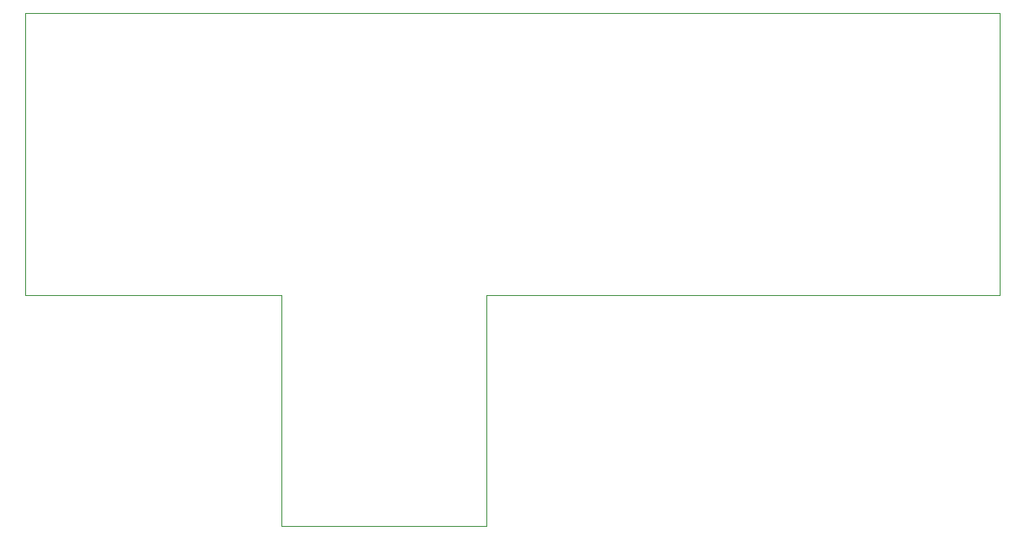
<source format=gbr>
%TF.GenerationSoftware,KiCad,Pcbnew,5.1.9-73d0e3b20d~88~ubuntu20.04.1*%
%TF.CreationDate,2021-04-01T10:53:24-04:00*%
%TF.ProjectId,ao_output,616f5f6f-7574-4707-9574-2e6b69636164,rev?*%
%TF.SameCoordinates,Original*%
%TF.FileFunction,Profile,NP*%
%FSLAX46Y46*%
G04 Gerber Fmt 4.6, Leading zero omitted, Abs format (unit mm)*
G04 Created by KiCad (PCBNEW 5.1.9-73d0e3b20d~88~ubuntu20.04.1) date 2021-04-01 10:53:24*
%MOMM*%
%LPD*%
G01*
G04 APERTURE LIST*
%TA.AperFunction,Profile*%
%ADD10C,0.100000*%
%TD*%
G04 APERTURE END LIST*
D10*
X-52500000Y-137500000D02*
X-52500000Y-160000000D01*
X-2500000Y-137500000D02*
X-52500000Y-137500000D01*
X-97500000Y-137500000D02*
X-97500000Y-110000000D01*
X-52500000Y-160000000D02*
X-72500000Y-160000000D01*
X-2500000Y-110000000D02*
X-2500000Y-137500000D01*
X-72500000Y-160000000D02*
X-72500000Y-137500000D01*
X-97500000Y-110000000D02*
X-2500000Y-110000000D01*
X-72500000Y-137500000D02*
X-97500000Y-137500000D01*
M02*

</source>
